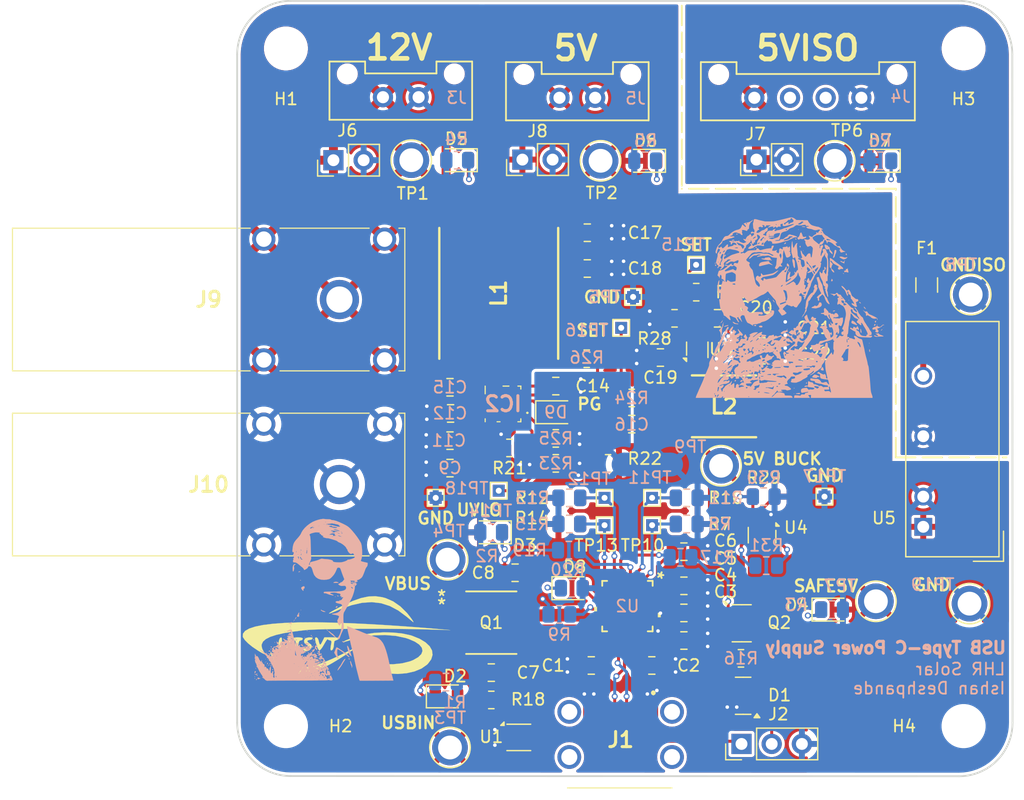
<source format=kicad_pcb>
(kicad_pcb (version 20240108) (generator "pcbnew") (generator_version "8.0")
  (layers (0 "F.Cu" signal) (31 "B.Cu" signal) (34 "B.Paste" user) (35 "F.Paste" user) (36 "B.SilkS" user "B.Silkscreen") (37 "F.SilkS" user "F.Silkscreen") (38 "B.Mask" user) (39 "F.Mask" user) (44 "Edge.Cuts" user))
  (net 0 "")
  (net 1 "/VBUS_USBIN")
  (net 2 "GND")
  (net 3 "+3.3V")
  (net 4 "Net-(U2-VCCD)")
  (net 5 "Net-(Q1A-G)")
  (net 6 "/VBUS")
  (net 7 "+12V")
  (net 8 "/5V_ISO")
  (net 9 "GNDA")
  (net 10 "/12V Buck Converter/SW")
  (net 11 "/12V Buck Converter/FB")
  (net 12 "Net-(U3-BST)")
  (net 13 "/5V_BUCK")
  (net 14 "/CC1")
  (net 15 "/CC2")
  (net 16 "Net-(D2-K)")
  (net 17 "Net-(D3-K)")
  (net 18 "Net-(D4-K)")
  (net 19 "/SAFE_5V")
  (net 20 "Net-(D5-K)")
  (net 21 "+5V")
  (net 22 "Net-(D6-K)")
  (net 23 "Net-(D7-K)")
  (net 24 "Net-(D8-K)")
  (net 25 "/Power Delivery Controller/FAULT")
  (net 26 "/12V Buck Converter/POWER_GOOD")
  (net 27 "Net-(U5-+Vout)")
  (net 28 "GNDPWR")
  (net 29 "Net-(Q1A-S)")
  (net 30 "Net-(Q2A-S)")
  (net 31 "Net-(Q2A-G)")
  (net 32 "/Power Delivery Controller/VBUS_MIN")
  (net 33 "/Power Delivery Controller/FLIP")
  (net 34 "/Power Delivery Controller/VBUS_MAX")
  (net 35 "/Power Delivery Controller/ISNK_COARSE")
  (net 36 "/Power Delivery Controller/ISNK_FINE")
  (net 37 "/Power Delivery Controller/SAFE_5V_EN")
  (net 38 "/Power Delivery Controller/VBUS_FET_EN")
  (net 39 "Net-(U3-FB)")
  (net 40 "/5V ORring and Isolator/MUX_SEL")
  (net 41 "Net-(U4-ST)")
  (net 52 "/5V Buck Converter/SW")
  (net 53 "Net-(IC2-EN)")
  (net 54 "Net-(IC2-MODE)")
  (net 55 "Net-(IC2-BOOT)")
  (net 56 "Net-(IC2-SS)")
  (footprint "Capacitor_SMD:C_0805_2012Metric" (layer "F.Cu") (at 127.9 117.39 180)
    (property "Reference" "C11")
    (property "Value" "10uF")
  )
  (footprint "UTSVT_Connectors:TYPEC31M17" (layer "F.Cu") (at 142.255 142.55)
    (property "Reference" "J1")
    (property "Value" "USB_C_Receptacle_PowerOnly_6P" (hide yes))
  )
  (footprint "TestPoint:TestPoint_THTPad_1.0x1.0mm_Drill0.5mm" (layer "F.Cu") (at 144.9 122.2)
    (property "Reference" "TP11")
    (property "Value" "VBUS_MAX_TP")
  )
  (footprint "UTSVT_Connectors:Banana_Jack_Horizontal" (layer "F.Cu") (at 122.4 110.6 180)
    (property "Reference" "J9")
    (property "Value" "12V_BANANA_OUT" (hide yes))
  )
  (footprint "Resistor_SMD:R_0805_2012Metric" (layer "F.Cu") (at 152.375 135.7 180)
    (property "Reference" "R16")
    (property "Value" "10k")
  )
  (footprint "Resistor_SMD:R_0805_2012Metric" (layer "F.Cu") (at 136.8 117.2)
    (property "Reference" "R25")
    (property "Value" "20k")
  )
  (footprint "Capacitor_SMD:C_0805_2012Metric" (layer "F.Cu") (at 150.4 107.1)
    (property "Reference" "C20")
    (property "Value" "0.1uF")
  )
  (footprint "TestPoint:TestPoint_Plated_Hole_D2.0mm" (layer "F.Cu") (at 171.6 131.1)
    (property "Reference" "TP19")
    (property "Value" "GND_TP")
  )
  (footprint "Resistor_SMD:R_0805_2012Metric" (layer "F.Cu") (at 146.7875 107.1 180)
    (property "Reference" "R28")
    (property "Value" "10k")
  )
  (footprint "MountingHole:MountingHole_3.2mm_M3" (layer "F.Cu") (at 114.1 84.4)
    (property "Reference" "H1")
    (property "Value" "M3")
  )
  (footprint "Fuse:Fuse_1206_3216Metric" (layer "F.Cu") (at 168 104.3 90)
    (property "Reference" "F1")
    (property "Value" "PTS120630V016")
  )
  (footprint "Resistor_SMD:R_0805_2012Metric" (layer "F.Cu") (at 147.8125 124.4 180)
    (property "Reference" "R7")
    (property "Value" "5.1k")
  )
  (footprint "Resistor_SMD:R_0805_2012Metric" (layer "F.Cu") (at 154.2875 122.1 180)
    (property "Reference" "R29")
    (property "Value" "5.1k")
  )
  (footprint "Capacitor_SMD:C_0805_2012Metric" (layer "F.Cu") (at 136.8 112.8)
    (property "Reference" "C14")
    (property "Value" "DNP")
  )
  (footprint "Resistor_SMD:R_0805_2012Metric" (layer "F.Cu") (at 136.8 119.3)
    (property "Reference" "R23")
    (property "Value" "5.1k")
  )
  (footprint "TestPoint:TestPoint_Plated_Hole_D2.0mm" (layer "F.Cu") (at 171.7 105.1)
    (property "Reference" "TP8")
    (property "Value" "GNDPWR_TP")
  )
  (footprint "Resistor_SMD:R_0805_2012Metric" (layer "F.Cu") (at 148.6125 104.9 180)
    (property "Reference" "R27")
    (property "Value" "73.2k")
  )
  (footprint "TestPoint:TestPoint_THTPad_1.0x1.0mm_Drill0.5mm" (layer "F.Cu") (at 126.7 122.2)
    (property "Reference" "TP18")
    (property "Value" "GND_TP")
  )
  (footprint "Package_TO_SOT_SMD:SOT-563" (layer "F.Cu") (at 148.7 109.75 90)
    (property "Reference" "U3")
    (property "Value" "TPS562231DRLR")
  )
  (footprint "TestPoint:TestPoint_THTPad_1.0x1.0mm_Drill0.5mm" (layer "F.Cu") (at 143.3 105.3)
    (property "Reference" "TP5")
    (property "Value" "GND_TP")
  )
  (footprint "Capacitor_SMD:C_0805_2012Metric" (layer "F.Cu") (at 147.575 126.72763 180)
    (property "Reference" "C6")
    (property "Value" "1uF")
  )
  (footprint "LED_SMD:LED_0805_2012Metric" (layer "F.Cu") (at 144.3375 93.85 180)
    (property "Reference" "D6")
    (property "Value" "LED")
  )
  (footprint "MountingHole:MountingHole_3.2mm_M3" (layer "F.Cu") (at 171.1 141.4)
    (property "Reference" "H4")
    (property "Value" "M3")
  )
  (footprint "UTSVT_Connectors:Molex_MicroFit3.0_1x4xP3.00mm_PolarizingPeg_Vertical" (layer "F.Cu") (at 153.5 88.55)
    (property "Reference" "J4")
    (property "Value" "5V_ISO")
  )
  (footprint "TestPoint:TestPoint_Plated_Hole_D2.0mm" (layer "F.Cu") (at 140.56625 93.85)
    (property "Reference" "TP2")
    (property "Value" "5V_TP")
  )
  (footprint "TestPoint:TestPoint_THTPad_1.0x1.0mm_Drill0.5mm" (layer "F.Cu") (at 140.9 122.2)
    (property "Reference" "TP12")
    (property "Value" "ISNK_COARSE_TP")
  )
  (footprint "Capacitor_SMD:C_0805_2012Metric" (layer "F.Cu") (at 131.375 136.9 180)
    (property "Reference" "C7")
    (property "Value" "1uF")
  )
  (footprint "Capacitor_SMD:C_0805_2012Metric" (layer "F.Cu") (at 147.575 134.2 180)
    (property "Reference" "C3")
    (property "Value" "1uF")
  )
  (footprint "Connector_PinHeader_2.54mm:PinHeader_1x02_P2.54mm_Vertical" (layer "F.Cu") (at 153.6775 93.75 90)
    (property "Reference" "J7")
    (property "Value" "5V_ISO_PIN")
  )
  (footprint "LED_SMD:LED_0805_2012Metric" (layer "F.Cu") (at 127.6 138.9)
    (property "Reference" "D2")
    (property "Value" "LED")
  )
  (footprint "Resistor_SMD:R_0805_2012Metric" (layer "F.Cu") (at 139.4 110.5)
    (property "Reference" "R26")
    (property "Value" "5.1k")
  )
  (footprint "Capacitor_SMD:C_0805_2012Metric" (layer "F.Cu") (at 139.45 99.9)
    (property "Reference" "C17")
    (property "Value" "22uF")
  )
  (footprint "Package_TO_SOT_SMD:SOT-23" (layer "F.Cu") (at 152.5575 138.85 180)
    (property "Reference" "D1")
    (property "Value" "ESD752")
  )
  (footprint "Package_TO_SOT_SMD:SOT-583-8" (layer "F.Cu") (at 154.15 125.34 -90)
    (property "Reference" "U4")
    (property "Value" "TPS2116DRL")
  )
  (footprint "MountingHole:MountingHole_3.2mm_M3" (layer "F.Cu") (at 114.1 141.4)
    (property "Reference" "H2")
    (property "Value" "M3")
  )
  (footprint "TestPoint:TestPoint_Plated_Hole_D2.0mm" (layer "F.Cu") (at 150.7 119.5)
    (property "Reference" "TP9")
    (property "Value" "5V_BUCK_TP")
  )
  (footprint "TestPoint:TestPoint_Plated_Hole_D2.0mm" (layer "F.Cu") (at 127.7 127.4)
    (property "Reference" "TP4")
    (property "Value" "VBUS_TP")
  )
  (footprint "TestPoint:TestPoint_Plated_Hole_D2.0mm" (layer "F.Cu") (at 160.2625 93.85 180)
    (property "Reference" "TP6")
    (property "Value" "5V_ISO_TP")
  )
  (footprint "Capacitor_SMD:C_0805_2012Metric" (layer "F.Cu") (at 154.15 108)
    (property "Reference" "C21")
    (property "Value" "22uF")
  )
  (footprint "Package_TO_SOT_SMD:SOT-23-6" (layer "F.Cu") (at 152.4375 132.75)
    (property "Reference" "Q2")
    (property "Value" "BSL308PEH6327XTSA1")
  )
  (footprint "Capacitor_SMD:C_0805_2012Metric" (layer "F.Cu") (at 154.15 110.2)
    (property "Reference" "C22")
    (property "Value" "22uF")
  )
  (footprint "UTSVT_Passive:INDPM110100X400N" (layer "F.Cu") (at 132 105 90)
    (property "Reference" "L1")
    (property "Value" "5.6uH" (hide yes))
  )
  (footprint "MountingHole:MountingHole_3.2mm_M3" (layer "F.Cu") (at 171.1 84.4)
    (property "Reference" "H3")
    (property "Value" "M3")
  )
  (footprint "Capacitor_SMD:C_0805_2012Metric" (layer "F.Cu") (at 139.45 102.91)
    (property "Reference" "C18")
    (property "Value" "22uF")
  )
  (footprint "Resistor_SMD:R_0805_2012Metric" (layer "F.Cu") (at 137.9375 122.2)
    (property "Reference" "R12")
    (property "Value" "DNP")
  )
  (footprint "LED_SMD:LED_0805_2012Metric" (layer "F.Cu") (at 164.08 93.85 180)
    (property "Reference" "D7")
    (property "Value" "LED")
  )
  (footprint "TestPoint:TestPoint_THTPad_1.0x1.0mm_Drill0.5mm" (layer "F.Cu") (at 148.6 102.6)
    (property "Reference" "TP15")
    (property "Value" "5V_SET")
  )
  (footprint "UTSVT_ICs:CYPD3177-24LQXQT_CYP" (layer "F.Cu") (at 142.824685 131.3077 -90)
    (property "Reference" "U2")
    (property "Value" "CYPD3177-24LQXQT")
  )
  (footprint "Connector_PinHeader_2.54mm:PinHeader_1x02_P2.54mm_Vertical" (layer "F.Cu") (at 133.99125 93.75 90)
    (property "Reference" "J8")
    (property "Value" "5V_OUT_PIN")
  )
  (footprint "Resistor_SMD:R_0805_2012Metric" (layer "F.Cu") (at 132.9 118)
    (property "Reference" "R21")
    (property "Value" "52.3k")
  )
  (footprint "UTSVT_Connectors:Molex_MicroFit3.0_1x2xP3.00mm_PolarizingPeg_Vertical" (layer "F.Cu") (at 137.109524 88.55)
    (property "Reference" "J5")
    (property "Value" "5V_OUT")
  )
  (footprint "LED_SMD:LED_0805_2012Metric" (layer "F.Cu") (at 136.8 115)
    (property "Reference" "D9")
    (property "Value" "LED")
  )
  (footprint "Capacitor_SMD:C_0805_2012Metric" (layer "F.Cu") (at 139.785 136.3 180)
    (property "Reference" "C1")
    (property "Value" "3.3uF")
  )
  (footprint "UTSVT_Passive:INDPM5452X300N" (layer "F.Cu") (at 150.95 114.5)
    (property "Reference" "L2")
    (property "Value" "4.7uH" (hide yes))
  )
  (footprint "Package_SON:WSON-6-1EP_2x2mm_P0.65mm_EP1x1.6mm" (layer "F.Cu") (at 133.6875 142.35)
    (property "Reference" "U1")
    (property "Value" "TVS2200DRV")
  )
  (footprint "TestPoint:TestPoint_THTPad_1.0x1.0mm_Drill0.5mm" (layer "F.Cu") (at 144.9 124.5)
    (property "Reference" "TP10")
    (property "Value" "VBUS_MIN_TP")
  )
  (footprint "LED_SMD:LED_0805_2012Metric" (layer "F.Cu") (at 160.0375 131.6)
    (property "Reference" "D4")
    (property "Value" "LED")
  )
  (footprint "Capacitor_SMD:C_0805_2012Metric" (layer "F.Cu") (at 144.875 136.3)
    (property "Reference" "C2")
    (property "Value" "3.3uF")
  )
  (footprint "TestPoint:TestPoint_Plated_Hole_D2.0mm" (layer "F.Cu") (at 124.645655 93.8)
    (property "Reference" "TP1")
    (property "Value" "12V_TP")
  )
  (footprint "UTSVT_Special:UTSVT_Logo_Symbol" (layer "F.Cu") (at 118.909054 133.935857)
    (property "Reference" "G***" (hide yes))
    (property "Value" "LOGO" (hide yes))
  )
  (footprint "Capacitor_SMD:C_0805_2012Metric" (layer "F.Cu") (at 127.9 119.7 180)
    (property "Reference" "C9")
    (property "Value" "10uF")
  )
  (footprint "TestPoint:TestPoint_THTPad_1.0x1.0mm_Drill0.5mm" (layer "F.Cu") (at 142.3 107.9 180)
    (property "Reference" "TP16")
    (property "Value" "12V_SET")
  )
  (footprint "Resistor_SMD:R_0805_2012Metric" (layer "F.Cu") (at 147.8125 122.2 180)
    (property "Reference" "R10")
    (property "Value" "0")
  )
  (footprint "Capacitor_SMD:C_0805_2012Metric" (layer "F.Cu") (at 127.95 115.1 180)
    (property "Reference" "C12")
    (property "Value" "0.1uF")
  )
  (footprint "Capacitor_SMD:C_0805_2012Metric" (layer "F.Cu") (at 145.6 110.4 180)
    (property "Reference" "C19")
    (property "Value" "10uF")
  )
  (footprint "UTSVT_Power:TPS56A37RPAR" (layer "F.Cu") (at 132.36 114.3 180)
    (property "Reference" "IC2")
    (property "Value" "TPS56A37RPAR" (hide yes))
  )
  (footprint "Capacitor_SMD:C_0805_2012Metric" (layer "F.Cu") (at 133.375 128.5 180)
    (property "Reference" "C8")
    (property "Value" "1uF")
  )
  (footprint "Connector_PinHeader_2.54mm:PinHeader_1x03_P2.54mm_Vertical" (layer "F.Cu") (at 152.42 142.9 90)
    (property "Reference" "J2")
    (property "Value" "CC")
  )
  (footprint "TestPoint:TestPoint_Plated_Hole_D2.0mm" (layer "F.Cu") (at 127.9 143.2)
    (property "Reference" "TP3")
    (property "Value" "VBUS_USBIN")
  )
  (footprint "Capacitor_SMD:C_0805_2012Metric" (layer "F.Cu") (at 127.9 112.9 180)
    (property "Reference" "C15")
    (property "Value" "0.1uF")
  )
  (footprint "Resistor_SMD:R_0805_2012Metric" (layer "F.Cu") (at 141.2 119.3 180)
    (property "Reference" "R22")
    (property "Value" "56k")
  )
  (footprint "TestPoint:TestPoint_THTPad_1.0x1.0mm_Drill0.5mm" (layer "F.Cu") (at 140.9 124.5)
    (property "Reference" "TP13")
    (property "Value" "ISNK_FINE_TP")
  )
  (footprint "TestPoint:TestPoint_THTPad_1.0x1.0mm_Drill0.5mm" (layer "F.Cu") (at 159.4 122.1)
    (property "Reference" "TP17")
    (property "Value" "GND_TP")
  )
  (footprint "Capacitor_SMD:C_0805_2012Metric" (layer "F.Cu") (at 147.575 131.879775 180)
    (property "Reference" "C4")
    (property "Value" "0.1uF")
  )
  (footprint "Capacitor_SMD:C_0805_2012Metric" (layer "F.Cu") (at 147.575 129.6 180)
    (property "Reference" "C5")
    (property "Value" "0.1uF")
  )
  (footprint "UTSVT_ICs:SO8_IRF9358TRPBF_INF" (layer "F.Cu") (at 131.375 132.7)
    (property "Reference" "Q1")
    (property "Value" "IRF9358TRPBF")
  )
  (footprint "TestPoint:TestPoint_Plated_Hole_D2.0mm" (layer "F.Cu") (at 163.725 130.9)
    (property "Reference" "TP7")
    (property "Value" "SAFE_5V_TP")
  )
  (footprint "Connector_PinHeader_2.54mm:PinHeader_1x02_P2.54mm_Vertical" (layer "F.Cu") (at 118.095655 93.8 90)
    (property "Reference" "J6")
    (property "Value" "12V_OUT_PIN")
  )
  (footprint "Resistor_SMD:R_0805_2012Metric" (layer "F.Cu") (at 143.1875 113.8 180)
    (property "Reference" "R24")
    (property "Value" "383k")
  )
  (footprint "UTSVT_Connectors:Banana_Jack_Horizontal" (layer "F.Cu") (at 122.4 126.16 180)
    (property "Reference" "J10")
    (property "Value" "GND_BANANA_OUT" (hide yes))
  )
  (footprint "Resistor_SMD:R_0805_2012Metric" (layer "F.Cu") (at 137.9375 124.4)
    (property "Reference" "R14")
    (property "Value" "DNP")
  )
  (footprint "Resistor_SMD:R_0805_2012Metric" (layer "F.Cu") (at 131.375 139.2 180)
    (property "Reference" "R18")
    (property "Value" "10k")
  )
  (footprint "UTSVT_Connectors:Molex_MicroFit3.0_1x2xP3.00mm_PolarizingPeg_Vertical" (layer "F.Cu") (at 122.261905 88.5)
    (property "Reference" "J3")
    (property "Value" "12V_OUT")
  )
  (footprint "TestPoint:TestPoint_THTPad_1.0x1.0mm_Drill0.5mm" (layer "F.Cu") (at 132 121.6)
    (property "Reference" "TP14")
    (property "Value" "12V_UVLO")
  )
  (footprint "Converter_DCDC:Converter_DCDC_TRACO_TBA2-xxxx_Single_THT" (layer "F.Cu") (at 167.7075 124.6375 180)
    (property "Reference" "U5")
    (property "Value" "TBA2-2411")
  )
  (footprint "LED_SMD:LED_0805_2012Metric" (layer "F.Cu") (at 138.1625 129.8)
    (property "Reference" "D8")
    (property "Value" "LED")
  )
  (footprint "Capacitor_SMD:C_0805_2012Metric" (layer "F.Cu") (at 143.1875 116 180)
    (property "Reference" "C16")
    (property "Value" "33pF")
  )
  (footprint "LED_SMD:LED_0805_2012Metric" (layer "F.Cu") (at 128.508155 93.8 180)
    (property "Reference" "D5")
    (property "Value" "LED")
  )
  (footprint "LED_SMD:LED_0805_2012Metric" (layer "F.Cu") (at 131.3625 125.1 180)
    (property "Reference" "D3")
    (property "Value" "LED")
  )
  (footprint "Resistor_SMD:R_0805_2012Metric" (layer "B.Cu") (at 144.3125 93.85)
    (property "Reference" "R5")
    (property "Value" "5.1k")
  )
  (footprint "Resistor_SMD:R_0805_2012Metric" (layer "B.Cu") (at 137.9375 122.2 180)
    (property "Reference" "R13")
    (property "Value" "0")
  )
  (footprint "Resistor_SMD:R_0805_2012Metric" (layer "B.Cu") (at 147.8125 124.4)
    (property "Reference" "R8")
    (property "Value" "2.4k")
  )
  (footprint "Resistor_SMD:R_0805_2012Metric" (layer "B.Cu") (at 147.2875 127.2 180)
    (property "Reference" "R17")
    (property "Value" "1k")
  )
  (footprint "UTSVT_Special:Hallock_Image_Tiny" (layer "B.Cu") (at 117.777069 130.6 180)
    (property "Reference" "G***" (hide yes))
    (property "Value" "LOGO" (hide yes))
  )
  (footprint "UTSVT_Special:troll" (layer "B.Cu") (at 154.157781 104.413767 180)
    (property "Reference" "G***" (hide yes))
    (property "Value" "LOGO" (hide yes))
  )
  (footprint "Resistor_SMD:R_0805_2012Metric" (layer "B.Cu") (at 137.1 132 180)
    (property "Reference" "R9")
    (property "Value" "51k")
  )
  (footprint "Resistor_SMD:R_0805_2012Metric" (layer "B.Cu") (at 137.9375 124.4 180)
    (property "Reference" "R15")
    (property "Value" "0")
  )
  (footprint "Resistor_SMD:R_0805_2012Metric" (layer "B.Cu") (at 147.8125 122.2)
    (property "Reference" "R11")
    (property "Value" "DNP")
  )
  (footprint "NetTie:NetTie-2_SMD_Pad2.0mm" (layer "B.Cu") (at 144.5 119.4)
    (property "Reference" "NT1" (hide yes))
    (property "Value" "NetTie_2" (hide yes))
  )
  (footprint "Resistor_SMD:R_0805_2012Metric" (layer "B.Cu") (at 154.5 127.9)
    (property "Reference" "R31")
    (property "Value" "10k")
  )
  (footprint "Resistor_SMD:R_0805_2012Metric" (layer "B.Cu") (at 154.2875 122.1)
    (property "Reference" "R30")
    (property "Value" "10k")
  )
  (footprint "Resistor_SMD:R_0805_2012Metric" (layer "B.Cu") (at 127.5625 137.7 180)
    (property "Reference" "R1")
    (property "Value" "10k")
  )
  (footprint "Resistor_SMD:R_0805_2012Metric" (layer "B.Cu") (at 138.1425 129.8 180)
    (property "Reference" "R20")
    (property "Value" "5.1k")
  )
  (footprint "Resistor_SMD:R_0805_2012Metric" (layer "B.Cu") (at 160.0375 131.6 180)
    (property "Reference" "R3")
    (property "Value" "5.1k")
  )
  (footprint "Resistor_SMD:R_0805_2012Metric" (layer "B.Cu") (at 137.9 126.6)
    (property "Reference" "R19")
    (property "Value" "1k")
  )
  (footprint "Resistor_SMD:R_0805_2012Metric" (layer "B.Cu") (at 128.508155 93.8)
    (property "Reference" "R4")
    (property "Value" "5.1k")
  )
  (footprint "Resistor_SMD:R_0805_2012Metric" (layer "B.Cu") (at 131.3625 125.1)
    (property "Reference" "R2")
    (property "Value" "10k")
  )
  (footprint "Resistor_SMD:R_0805_2012Metric" (layer "B.Cu") (at 164.1 93.85)
    (property "Reference" "R6")
    (property "Value" "5.1k")
  )
  (gr_line (start 165.4 118.8) (end 165.4 96.2) (stroke (width 0.15) (type dash)) (layer "F.SilkS"))
  (gr_line (start 165.4 118.8) (end 174.7 118.8) (stroke (width 0.15) (type dash)) (layer "F.SilkS"))
  (gr_line (start 165.4 96.2) (end 147.4 96.2) (stroke (width 0.15) (type dash)) (layer "F.SilkS"))
  (gr_line (start 147.4 80.8) (end 147.4 96.2) (stroke (width 0.15) (type dash)) (layer "F.SilkS"))
  (gr_arc (start 110 84.9) (mid 111.318019 81.718019) (end 114.5 80.4) (stroke (width 0.15)) (layer "Edge.Cuts"))
  (gr_arc (start 175.218019 141.118019) (mid 173.9 144.3) (end 170.718019 145.618019) (stroke (width 0.15)) (layer "Edge.Cuts"))
  (gr_arc (start 170.7 80.4) (mid 173.88198 81.718019) (end 175.2 84.9) (stroke (width 0.15)) (layer "Edge.Cuts"))
  (gr_line (start 114.5 145.6) (end 170.718019 145.618019) (stroke (width 0.15)) (layer "Edge.Cuts"))
  (gr_line (start 175.218019 141.118019) (end 175.2 84.9) (stroke (width 0.15)) (layer "Edge.Cuts"))
  (gr_line (start 110 84.9) (end 110 141.1) (stroke (width 0.15)) (layer "Edge.Cuts"))
  (gr_line (start 170.7 80.4) (end 114.5 80.4) (stroke (width 0.15)) (layer "Edge.Cuts"))
  (gr_arc (start 114.5 145.6) (mid 111.318019 144.281981) (end 110 141.1) (stroke (width 0.15)) (layer "Edge.Cuts"))
  (gr_text "USB Type-C Power Supply" (at 174.8 135.4 -0) (layer "B.SilkS") (effects (font (size 1 1) (thickness 0.25) (bold yes)) (justify left bottom mirror)))
  (gr_text "LHR Solar\nIshan Deshpande" (at 174.7 138.8 0) (layer "B.SilkS") (effects (font (size 1 1)) (justify left bottom mirror)))
  (gr_text "SET" (at 141.3 108.7 0) (layer "F.SilkS") (effects (font (size 1 1) (thickness 0.2) (bold yes)) (justify right bottom)))
  (gr_text "SAFE5V" (at 156.7 130.2 0) (layer "F.SilkS") (effects (font (size 1 1) (thickness 0.2) (bold yes)) (justify left bottom)))
  (gr_text "UVLO" (at 130.3625 123.8 0) (layer "F.SilkS") (effects (font (size 1 1) (thickness 0.2) (bold yes)) (justify bottom)))
  (gr_text "GND" (at 166.8 130.1 0) (layer "F.SilkS") (effects (font (size 1 1) (thickness 0.2) (bold yes)) (justify left bottom)))
  (gr_text "VBUS" (at 122.3 130 0) (layer "F.SilkS") (effects (font (size 1 1) (thickness 0.2) (bold yes)) (justify left bottom)))
  (gr_text "PG" (at 138.5 114.9 0) (layer "F.SilkS") (effects (font (size 1 1) (thickness 0.2) (bold yes)) (justify left bottom)))
  (gr_text "5V BUCK" (at 152.4 119.5 0) (layer "F.SilkS") (effects (font (size 1 1) (thickness 0.2) (bold yes)) (justify left bottom)))
  (gr_text "USBIN" (at 122 141.7 0) (layer "F.SilkS") (effects (font (size 1 1) (thickness 0.2) (bold yes)) (justify left bottom)))
  (gr_text "GND" (at 140.7 105.9 0) (layer "F.SilkS") (effects (font (size 1 1) (thickness 0.2) (bold yes)) (justify bottom)))
  (gr_text "5V" (at 136.4 85.55 0) (layer "F.SilkS") (effects (font (size 2 2) (thickness 0.4) (bold yes)) (justify left bottom)))
  (gr_text "GND" (at 126.7 124.5 0) (layer "F.SilkS") (effects (font (size 1 1) (thickness 0.2) (bold yes)) (justify bottom)))
  (gr_text "GNDISO" (at 171.9 103.2 0) (layer "F.SilkS") (effects (font (size 1 1) (thickness 0.2) (bold yes)) (justify bottom)))
  (gr_text "5VISO" (at 158 85.55 0) (layer "F.SilkS") (effects (font (size 2 2) (thickness 0.4) (bold yes)) (justify bottom)))
  (gr_text "12V" (at 120.6 85.5 0) (layer "F.SilkS") (effects (font (size 2 2) (thickness 0.4) (bold yes)) (justify left bottom)))
  (gr_text "GND" (at 159.4 120.9 0) (layer "F.SilkS") (effects (font (size 1 1) (thickness 0.2) (bold yes)) (justify bottom)))
  (gr_text "SET" (at 148.6 101.5 0) (layer "F.SilkS") (effects (font (size 1 1) (thickness 0.2) (bold yes)) (justify bottom)))
  (segment (start 143.775 136.45) (end 143.925 136.3) (width 0.5) (layer "F.Cu") (net 1))
  (segment (start 143.775 140.05) (end 143.775 136.45) (width 0.5) (layer "F.Cu") (net 1))
  (segment (start 140.735 140.05) (end 140.735 136.3) (width 0.5) (layer "F.Cu") (net 1))
  (segment (start 142.49 102.31) (end 142.5 102.3) (width 0.25) (layer "F.Cu") (net 2))
  (segment (start 139.2 139.4) (end 139.505 139.705) (width 0.25) (layer "F.Cu") (net 2))
  (segment (start 145.6 131.257378) (end 145.6 131.9) (width 0.25) (layer "F.Cu") (net 2))
  (segment (start 146.875 135.75) (end 146.375 135.75) (width 0.25) (layer "F.Cu") (net 2))
  (segment (start 151.22 139.8) (end 151.22 139.25) (width 0.25) (layer "F.Cu") (net 2))
  (segment (start 149.575 131.3) (end 149.104775 131.3) (width 0.25) (layer "F.Cu") (net 2))
  (segment (start 144.7 106.5) (end 145.275 106.5) (width 0.25) (layer "F.Cu") (net 2))
  (segment (start 126.44 117.9) (end 126.95 117.39) (width 0.25) (layer "F.Cu") (net 2))
  (segment (start 132.8 143) (end 133.0375 143) (width 0.25) (layer "F.Cu") (net 2))
  (segment (start 137.775 136.85) (end 138.285 136.85) (width 0.25) (layer "F.Cu") (net 2))
  (segment (start 142.824685 131.3077) (end 143.074748 131.057637) (width 0.25) (layer "F.Cu") (net 2))
  (segment (start 141.5 102.31) (end 141 102.31) (width 0.25) (layer "F.Cu") (net 2))
  (segment (start 149.575 133.6) (end 149.125 133.6) (width 0.25) (layer "F.Cu") (net 2))
  (segment (start 125.95 114.49) (end 126.39 114.49) (width 0.25) (layer "F.Cu") (net 2))
  (segment (start 133.195 114.05) (end 132.58 114.665) (width 0.25) (layer "F.Cu") (net 2))
  (segment (start 137.775 135.75) (end 138.285 135.75) (width 0.25) (layer "F.Cu") (net 2))
  (segment (start 132.8 141.7) (end 131.675 141.7) (width 0.25) (layer "F.Cu") (net 2))
  (segment (start 144.05 109.8) (end 144.65 110.4) (width 0.25) (layer "F.Cu") (net 2))
  (segment (start 145.400259 131.057637) (end 145.6 131.257378) (width 0.25) (layer "F.Cu") (net 2))
  (segment (start 145.005 139.896167) (end 145.005 140.05) (width 0.25) (layer "F.Cu") (net 2))
  (segment (start 144.5 138.7) (end 144.5 139.545) (width 0.25) (layer "F.Cu") (net 2))
  (segment (start 144.5 139.545) (end 145.005 140.05) (width 0.25) (layer "F.Cu") (net 2))
  (segment (start 156.1 107.4) (end 155.7 107.4) (width 0.25) (layer "F.Cu") (net 2))
  (segment (start 149.045225 132.4) (end 148.525 131.879775) (width 0.25) (layer "F.Cu") (net 2))
  (segment (start 138.285 135.75) (end 138.835 136.3) (width 0.25) (layer "F.Cu") (net 2))
  (segment (start 133.0375 141.7) (end 133.6875 142.35) (width 0.25) (layer "F.Cu") (net 2))
  (segment (start 142.49 100.41) (end 142.5 100.4) (width 0.25) (layer "F.Cu") (net 2))
  (segment (start 149.575 130.2) (end 149.125 130.2) (width 0.25) (layer "F.Cu") (net 2))
  (segment (start 155.6 108.5) (end 155.1 108) (width 0.25) (layer "F.Cu") (net 2))
  (segment (start 126.51 115.59) (end 127 115.1) (width 0.25) (layer "F.Cu") (net 2))
  (segment (start 133.77 114.05) (end 133.195 114.05) (width 0.25) (layer "F.Cu") (net 2))
  (segment (start 132.8 141.7) (end 133.0375 141.7) (width 0.25) (layer "F.Cu") (net 2))
  (segment (start 143.6 110.9) (end 144.15 110.9) (width 0.25) (layer "F.Cu") (net 2))
  (segment (start 139.505 139.705) (end 139.505 140.05) (width 0.25) (layer "F.Cu") (net 2))
  (segment (start 144.716985 131.057637) (end 145.400259 131.057637) (width 0.25) (layer "F.Cu") (net 2))
  (segment (start 151.22 139.25) (end 151.62 138.85) (width 0.25) (layer "F.Cu") (net 2))
  (segment (start 145.3 138.4) (end 145.3 139.601167) (width 0.25) (layer "F.Cu") (net 2))
  (segment (start 138.285 136.85) (end 138.835 136.3) (width 0.25) (layer "F.Cu") (net 2))
  (segment (start 145.375 107.6) (end 145.875 107.1) (width 0.25) (layer "F.Cu") (net 2))
  (segment (start 144.15 110.9) (end 144.65 110.4) (width 0.25) (layer "F.Cu") (net 2))
  (segment (start 149.025 126.22763) (end 148.525 126.72763) (width 0.25) (layer "F.Cu") (net 2))
  (segment (start 132.8 143) (end 131.675 143) (width 0.25) (layer "F.Cu") (net 2))
  (segment (start 149.575 129.1) (end 149.025 129.1) (width 0.25) (layer "F.Cu") (net 2))
  (segment (start 149.025 129.1) (end 148.525 129.6) (width 0.25) (layer "F.Cu") (net 2))
  (segment (start 145.3 139.601167) (end 145.005 139.896167) (width 0.25) (layer "F.Cu") (net 2))
  (segment (start 155.6 110.7) (end 155.1 110.2) (width 0.25) (layer "F.Cu") (net 2))
  (segment (start 139.2 138.7) (end 139.2 139.4) (width 0.25) (layer "F.Cu") (net 2))
  (segment (start 149.575 132.4) (end 149.045225 132.4) (width 0.25) (layer "F.Cu") (net 2))
  (segment (start 141 102.31) (end 140.4 102.91) (width 0.25) (layer "F.Cu") (net 2))
  (segment (start 152.02 139.25) (end 151.62 138.85) (width 0.25) (layer "F.Cu") (net 2))
  (segment (start 155.7 107.4) (end 155.1 108) (width 0.25) (layer "F.Cu") (net 2))
  (segment (start 156.1 110.7) (end 155.6 110.7) (width 0.25) (layer "F.Cu") (net 2))
  (segment (start 141.5 100.41) (end 142.49 100.41) (width 0.25) (layer "F.Cu") (net 2))
  (segment (start 152.02 139.8) (end 152.02 139.25) (width 0.25) (layer "F.Cu") (net 2))
  (segment (start 132.58 116.47) (end 132.2 116.85) (width 0.25) (layer "F.Cu") (net 2))
  (segment (start 149.104775 131.3) (end 148.525 131.879775) (width 0.25) (layer "F.Cu") (net 2))
  (segment (start 149.125 133.6) (end 148.525 134.2) (width 0.25) (layer "F.Cu") (net 2))
  (segment (start 149.025 134.7) (end 148.525 134.2) (width 0.25) (layer "F.Cu") (net 2))
  (segment (start 143.6 109.8) (end 144.05 109.8) (width 0.25) (layer "F.Cu") (net 2))
  (segment (start 133.0375 143) (end 133.6875 142.35) (width 0.25) (layer "F.Cu") (net 2))
  (segment (start 146.375 136.85) (end 145.825 136.3) (width 0.25) (layer "F.Cu") (net 2))
  (segment (start 145.4 133.4) (end 145.4 133.24103) (width 0.25) (layer "F.Cu") (net 2))
  (segment (start 125.9 116.9) (end 126.46 116.9) (width 0.25) (layer "F.Cu") (net 2))
  (segment (start 140.91 100.41) (end 140.4 99.9) (width 0.25) (layer "F.Cu") (net 2))
  (segment (start 141.5 99.31) (end 142.49 99.31) (width 0.25) (layer "F.Cu") (net 2))
  (segment (start 126.45 119.2) (end 126.95 119.7) (width 0.25) (layer "F.Cu") (net 2))
  (segment (start 125.9 117.9) (end 126.44 117.9) (width 0.25) (layer "F.Cu") (net 2))
  (segment (start 141.5 103.41) (end 140.9 103.41) (width 0.25) (layer "F.Cu") (net 2))
  (segment (start 125.9 120.3) (end 126.35 120.3) (width 0.25) (layer "F.Cu") (net 2))
  (segment (start 141.5 102.31) (end 142.49 102.31) (width 0.25) (layer "F.Cu") (net 2))
  (segment (start 132.8 142.35) (end 133.6875 142.35) (width 0.25) (layer "F.Cu") (net 2))
  (segment (start 146.375 135.75) (end 145.825 136.3) (width 0.25) (layer "F.Cu") (net 2))
  (segment (start 155.7 109.6) (end 155.1 110.2) (width 0.25) (layer "F.Cu") (net 2))
  (segment (start 149.125 130.2) (end 148.525 129.6) (width 0.25) (layer "F.Cu") (net 2))
  (segment (start 126.35 120.3) (end 126.95 119.7) (width 0.25) (layer "F.Cu") (net 2))
  (segment (start 140.99 99.31) (end 140.4 99.9) (width 0.25) (layer "F.Cu") (net 2))
  (segment (start 141.5 100.41) (end 140.91 100.41) (width 0.25) (layer "F.Cu") (net 2))
  (segment (start 149.2 110.5) (end 150.3 110.5) (width 0.25) (layer "F.Cu") (net 2))
  (segment (start 141.5 99.31) (end 140.99 99.31) (width 0.25) (layer "F.Cu") (net 2))
  (segment (start 143.074748 131.057637) (end 144.716985 131.057637) (width 0.25) (layer "F.Cu") (net 2))
  (segment (start 125.95 115.59) (end 126.51 115.59) (width 0.25) (layer "F.Cu") (net 2))
  (segment (start 144.7 107.6) (end 145.375 107.6) (width 0.25) (layer "F.Cu") (net 2))
  (segment (start 145.275 106.5) (end 145.875 107.1) (width 0.25) (layer "F.Cu") (net 2))
  (segment (start 132.58 114.95) (end 132.58 116.47) (width 0.25) (layer "F.Cu") (net 2))
  (segment (start 156.1 109.6) (end 155.7 109.6) (width 0.25) (layer "F.Cu") (net 2))
  (segment (start 156.1 108.5) (end 155.6 108.5) (width 0.25) (layer "F.Cu") (net 2))
  (segment (start 142.49 103.41) (end 142.5 103.4) (width 0.25) (layer "F.Cu") (net 2))
  (segment (start 126.46 116.9) (end 126.95 117.39) (width 0.25) (layer "F.Cu") (net 2))
  (segment (start 149.575 127.32763) (end 149.125 127.32763) (width 0.25) (layer "F.Cu") (net 2))
  (segment (start 140.9 103.41) (end 140.4 102.91) (width 0.25) (layer "F.Cu") (net 2))
  (segment (start 154.9 124.6) (end 154.9 123.6) (width 0.25) (layer "F.Cu") (net 2))
  (segment (start 142.49 99.31) (end 142.5 99.3) (width 0.25) (layer "F.Cu") (net 2))
  (segment (start 149.575 134.7) (end 149.025 134.7) (width 0.25) (layer "F.Cu") (net 2))
  (segment (start 126.39 114.49) (end 127 115.1) (width 0.25) (layer "F.Cu") (net 2))
  (segment (start 149.125 127.32763) (end 148.525 126.72763) (width 0.25) (layer "F.Cu") (net 2))
  (segment (start 134.9125 114.05) (end 133.77 114.05) (width 0.25) (layer "F.Cu") (net 2))
  (segment (start 141.5 103.41) (end 142.49 103.41) (width 0.25) (layer "F.Cu") (net 2))
  (segment (start 125.9 119.2) (end 126.45 119.2) (width 0.25) (layer "F.Cu") (net 2))
  (segment (start 149.575 126.22763) (end 149.025 126.22763) (width 0.25) (layer "F.Cu") (net 2))
  (segment (start 145.4 133.24103) (end 144.716985 132.558015) (width 0.25) (layer "F.Cu") (net 2))
  (segment (start 132.58 114.665) (end 132.58 114.95) (width 0.25) (layer "F.Cu") (net 2))
  (segment (start 135.8625 115) (end 134.9125 114.05) (width 0.25) (layer "F.Cu") (net 2))
  (segment (start 140 139.555) (end 139.505 140.05) (width 0.25) (layer "F.Cu") (net 2))
  (segment (start 140 138.7) (end 140 139.555) (width 0.25) (layer "F.Cu") (net 2))
  (segment (start 146.875 136.85) (end 146.375 136.85) (width 0.25) (layer "F.Cu") (net 2))
  (via (at 156.1 109.6) (size 0.5) (drill 0.3) (layers "F.Cu" "B.Cu") (net 2))
  (via (at 142.5 103.4) (size 0.5) (drill 0.3) (layers "F.Cu" "B.Cu") (net 2))
  (via (at 149.575 127.32763) (size 0.5) (drill 0.3) (layers "F.Cu" "B.Cu") (net 2))
  (via (at 145.4 133.4) (size 0.5) (drill 0.3) (layers "F.Cu" "B.Cu") (net 2))
  (via (at 141.5 99.31) (size 0.5) (drill 0.3) (layers "F.Cu" "B.Cu") (net 2))
  (via (at 125.9 116.9) (size 0.5) (drill 0.3) (layers "F.Cu" "B.Cu") (net 2))
  (via (at 143.6 110.9) (size 0.5) (drill 0.3) (layers "F.Cu" "B.Cu") (net 2))
  (via (at 149.575 133.6) (size 0.5) (drill 0.3) (layers "F.Cu" "B.Cu") (net 2))
  (via (at 140 138.7) (size 0.5) (drill 0.3) (layers "F.Cu" "B.Cu") (net 2))
  (via (at 142.5 102.3) (size 0.5) (drill 0.3) (layers "F.Cu" "B.Cu") (net 2))
  (via (at 156.1 110.7) (size 0.5) (drill 0.3) (layers "F.Cu" "B.Cu") (net 2))
  (via (at 141.5 103.41) (size 0.5) (drill 0.3) (layers "F.Cu" "B.Cu") (net 2))
  (via (at 149.575 130.2) (size 0.5) (drill 0.3) (layers "F.Cu" "B.Cu") (net 2))
  (via (at 125.9 119.2) (size 0.5) (drill 0.3) (layers "F.Cu" "B.Cu") (net 2))
  (via (at 149.575 132.4) (size 0.5) (drill 0.3) (layers "F.Cu" "B.Cu") (net 2))
  (via (at 154.9 123.6) (size 0.5) (drill 0.3) (layers "F.Cu" "B.Cu") (net 2))
  (via (at 137.775 135.75) (size 0.5) (drill 0.3) (layers "F.Cu" "B.Cu") (net 2))
  (via (at 137.775 136.85) (size 0.5) (drill 0.3) (layers "F.Cu" "B.Cu") (net 2))
  (via (at 143.6 109.8) (size 0.5) (drill 0.3) (layers "F.Cu" "B.Cu") (net 2))
  (via (at 156.1 108.5) (size 0.5) (drill 0.3) (layers "F.Cu" "B.Cu") (net 2))
  (via (at 125.9 120.3) (size 0.5) (drill 0.3) (layers "F.Cu" "B.Cu") (net 2))
  (via (at 151.22 139.8) (size 0.5) (drill 0.3) (layers "F.Cu" "B.Cu") (net 2))
  (via (at 142.5 99.3) (size 0.5) (drill 0.3) (layers "F.Cu" "B.Cu") (net 2))
  (via (at 125.9 117.9) (size 0.5) (drill 0.3) (layers "F.Cu" "B.Cu") (net 2))
  (via (at 125.95 114.49) (size 0.5) (drill 0.3) (layers "F.Cu" "B.Cu") (net 2))
  (via (at 144.7 106.5) (size 0.5) (drill 0.3) (layers "F.Cu" "B.Cu") (net 2))
  (via (at 146.875 135.75) (size 0.5) (drill 0.3) (layers "F.Cu" "B.Cu") (net 2))
  (via (at 139.2 138.7) (size 0.5) (drill 0.3) (layers "F.Cu" "B.Cu") (net 2))
  (via (at 144.7 107.6) (size 0.5) (drill 0.3) (layers "F.Cu" "B.Cu") (net 2))
  (via (at 149.575 126.22763) (size 0.5) (drill 0.3) (layers "F.Cu" "B.Cu") (net 2))
  (via (at 145.6 131.9) (size 0.5) (drill 0.3) (layers "F.Cu" "B.Cu") (net 2))
  (via (at 131.675 143) (size 0.5) (drill 0.3) (layers "F.Cu" "B.Cu") (net 2))
  (via (at 144.5 138.7) (size 0.5) (drill 0.3) (layers "F.Cu" "B.Cu") (net 2))
  (via (at 156.1 107.4) (size 0.5) (drill 0.3) (layers "F.Cu" "B.Cu") (net 2))
  (via (at 145.3 138.4) (size 0.5) (drill 0.3) (layers "F.Cu" "B.Cu") (net 2))
  (via (at 150.3 110.5) (size 0.5) (drill 0.3) (layers "F.Cu" "B.Cu") (net 2))
  (via (at 142.5 100.4) (size 0.5) (drill 0.3) (layers "F.Cu" "B.Cu") (net 2))
  (via (at 146.875 136.85) (size 0.5) (drill 0.3) (layers "F.Cu" "B.Cu") (net 2))
  (via (at 132.2 116.85) (size 0.5) (drill 0.3) (layers "F.Cu" "B.Cu") (net 2))
  (via (at 125.95 115.59) (size 0.5) (drill 0.3) (layers "F.Cu" "B.Cu") (net 2))
  (via (at 152.02 139.8) (size 0.5) (drill 0.3) (layers "F.Cu" "B.Cu") (net 2))
  (via (at 149.575 129.1) (size 0.5) (drill 0.3) (layers "F.Cu" "B.Cu") (net 2))
  (via (at 141.5 102.31) (size 0.5) (drill 0.3) (layers "F.Cu" "B.Cu") (net 2))
  (via (at 131.675 141.7) (size 0.5) (drill 0.3) (layers "F.Cu" "B.Cu") (net 2))
  (via (at 141.5 100.41) (size 0.5) (drill 0.3) (layers "F.Cu" "B.Cu") (net 2))
  (via (at 149.575 134.7) (size 0.5) (drill 0.3) (layers "F.Cu" "B.Cu") (net 2))
  (via (at 149.575 131.3) (size 0.5) (drill 0.3) (layers "F.Cu" "B.Cu") (net 2))
  (segment (start 148.725 122.2) (end 148.725 124.4) (width 0.5) (layer "F.Cu") (net 3))
  (segment (start 145.657511 130.557511) (end 146.625 131.525) (width 0.25) (layer "F.Cu") (net 3))
  (segment (start 144.716985 130.557511) (end 145.657511 130.557511) (width 0.25) (layer "F.Cu") (net 3))
  (segment (start 144.716985 130.557511) (end 145.667489 130.557511) (width 0.25) (layer "F.Cu") (net 3))
  (segment (start 146.625 131.525) (end 146.625 131.879775) (width 0.25) (layer "F.Cu") (net 3))
  (segment (start 145.667489 130.557511) (end 146.625 129.6) (width 0.25) (layer "F.Cu") (net 3))
  (via (at 135.7 130.7) (size 0.5) (drill 0.3) (layers "F.Cu" "B.Cu") (net 3))
  (segment (start 136.1875 131.1875) (end 135.7 130.7) (width 0.25) (layer "B.Cu") (net 3))
  (segment (start 136.1875 132) (end 136.1875 131.1875) (width 0.25) (layer "B.Cu") (net 3))
  (segment (start 144.716985 129.409811) (end 145.35 128.776796) (width 0.25) (layer "F.Cu") (net 4))
  (segment (start 146.57237 126.72763) (end 146.625 126.72763) (width 0.25) (layer "F.Cu") (net 4))
  (segment (start 144.716985 130.057385) (end 144.716985 129.409811) (width 0.25) (layer "F.Cu") (net 4))
  (segment (start 145.35 128.776796) (end 145.35 127.95) (width 0.25) (layer "F.Cu") (net 4))
  (segment (start 145.35 127.95) (end 146.57237 126.72763) (width 0.25) (layer "F.Cu") (net 4))
  (segment (start 132.425 128.5) (end 132.425 129.225) (width 0.25) (layer "F.Cu") (net 5))
  (segment (start 130.4625 136.9375) (end 130.425 136.9) (width 0.25) (layer "F.Cu") (net 5))
  (segment (start 130.4625 139.2) (end 130.4625 136.9375) (width 0.25) (layer "F.Cu") (net 5))
  (segment (start 130.2268 132.6694) (end 130.2268 134.1482) (width 0.25) (layer "F.Cu") (net 5))
  (segment (start 129.77 134.605) (end 128.9112 134.605) (width 0.25) (layer "F.Cu") (net 5))
  (segment (start 128.9112 132.065) (end 129.6224 132.065) (width 0.25) (layer "F.Cu") (net 5))
  (segment (start 129.585 132.065) (end 128.9112 132.065) (width 0.25) (layer "F.Cu") (net 5))
  (segment (start 132.425 129.225) (end 129.585 132.065) (width 0.25) (layer "F.Cu") (net 5))
  (segment (start 130.425 136.1188) (end 128.9112 134.605) (width 0.25) (layer "F.Cu") (net 5))
  (segment (start 132.5 128.425) (end 132.425 128.5) (width 0.25) (layer "F.Cu") (net 5))
  (segment (start 129.6224 132.065) (end 130.2268 132.6694) (width 0.25) (layer "F.Cu") (net 5))
  (segment (start 132.5 127.4) (end 132.5 128.425) (width 0.25) (layer "F.Cu") (net 5))
  (segment (start 130.425 136.9) (end 130.425 136.1188) (width 0.25) (layer "F.Cu") (net 5))
  (segment (start 130.2268 134.1482) (end 129.77 134.605) (width 0.25) (layer "F.Cu") (net 5))
  (via (at 132.5 127.4) (size 0.5) (drill 0.3) (layers "F.Cu" "B.Cu") (net 5))
  (segment (start 133.3 126.6) (end 132.5 127.4) (width 0.25) (layer "B.Cu") (net 5))
  (segment (start 136.9875 126.6) (end 133.3 126.6) (width 0.25) (layer "B.Cu") (net 5))
  (segment (start 148.2 109.932182) (end 148.7 109.432182) (width 0.25) (layer "F.Cu") (net 7))
  (segment (start 146.55 110.4) (end 146.65 110.5) (width 0.5) (layer "F.Cu") (net 7))
  (segment (start 148.7 109.432182) (end 148.7 109) (width 0.25) (layer "F.Cu") (net 7))
  (segment (start 148.2 110.5) (end 148.2 109.932182) (width 0.25) (layer "F.Cu") (net 7))
  (segment (start 146.65 110.5) (end 148 110.5) (width 0.5) (layer "F.Cu") (net 7))
  (segment (start 160.5 93.8625) (end 160.5125 93.85) (width 0.25) (layer "B.Cu") (net 8))
  (segment (start 160.5 95.1) (end 160.5 93.8625) (width 0.25) (layer "B.Cu") (net 8))
  (segment (start 160.7 95.3) (end 160.5 95.1) (width 0.25) (layer "B.Cu") (net 8))
  (segment (start 138.9 112.2) (end 138.35 112.2) (width 0.25) (layer "F.Cu") (net 9))
  (segment (start 138.8 119.3) (end 137.7125 119.3) (width 0.25) (layer "F.Cu") (net 9))
  (segment (start 133.8 118.0125) (end 133.8 119.4) (width 0.25) (layer "F.Cu") (net 9))
  (segment (start 133.8125 118) (end 133.8 118.0125) (width 0.25) (layer "F.Cu") (net 9))
  (segment (start 138.7 120.2875) (end 137.7125 119.3) (width 0.25) (layer "F.Cu") (net 9))
  (segment (start 138.9 113.3) (end 138.25 113.3) (width 0.25) (layer "F.Cu") (net 9))
  (segment (start 138.25 113.3) (end 137.75 112.8) (width 0.25) (layer "F.Cu") (net 9))
  (segment (start 138.1125 116.8) (end 137.7125 117.2) (width 0.25) (layer "F.Cu") (net 9))
  (segment (start 134.6 118.7875) (end 134.6 119.4) (width 0.25) (layer "F.Cu") (net 9))
  (segment (start 133.8125 118) (end 134.6 118.7875) (width 0.25) (layer "F.Cu") (net 9))
  (segment (start 138.8 117.7) (end 138.3 117.2) (width 0.25) (layer "F.Cu") (net 9))
  (segment (start 138.35 112.2) (end 137.75 112.8) (width 0.25) (layer "F.Cu") (net 9))
  (segment (start 138.8 116.8) (end 138.1125 116.8) (width 0.25) (layer "F.Cu") (net 9))
  (segment (start 138.7 120.3) (end 138.7 120.2875) (width 0.25) (layer "F.Cu") (net 9))
  (segment (start 138.3 117.2) (end 137.7125 117.2) (width 0.25) (layer "F.Cu") (net 9))
  (via (at 138.9 112.2) (size 0.5) (drill 0.3) (layers "F.Cu" "B.Cu") (net 9))
  (via (at 138.7 120.3) (size 0.5) (drill 0.3) (layers "F.Cu" "B.Cu") (net 9))
  (via (at 134.6 119.4) (size 0.5) (drill 0.3) (layers "F.Cu" "B.Cu") (net 9))
  (via (at 138.8 117.7) (size 0.5) (drill 0.3) (layers "F.Cu" "B.Cu") (net 9))
  (via (at 138.8 116.8) (size 0.5) (drill 0.3) (layers "F.Cu" "B.Cu") (net 9))
  (via (at 138.9 113.3) (size 0.5) (drill 0.3) (layers "F.Cu" "B.Cu") (net 9))
  (via (at 133.8 119.4) (size 0.5) (drill 0.3) (layers "F.Cu" "B.Cu") (net 9))
  (via (at 138.8 119.3) (size 0.5) (drill 0.3) (layers "F.Cu" "B.Cu") (net 9))
  (segment (start 142.3 113.775) (end 142.275 113.8) (width 0.25) (layer "F.Cu") (net 11))
  (segment (start 134.25 114.55) (end 133.77 114.55) (width 0.25) (layer "F.Cu") (net 11))
  (segment (start 136.9875 116.1) (end 142.1375 116.1) (width 0.25) (layer "F.Cu") (net 11))
  (segment (start 134.5 114.8) (end 134.25 114.55) (width 0.25) (layer "F.Cu") (net 11))
  (segment (start 135.8875 116.6875) (end 134.5 115.3) (width 0.25) (layer "F.Cu") (net 11))
  (segment (start 135.8875 117.2) (end 136.9875 116.1) (width 0.25) (layer "F.Cu") (net 11))
  (segment (start 142.2375 116) (end 142.2125 116.025) (width 0.25) (layer "F.Cu") (net 11))
  (segment (start 134.5 115.3) (end 134.5 114.8) (width 0.25) (layer "F.Cu") (net 11))
  (segment (start 142.3 107.9) (end 142.3 113.775) (width 0.25) (layer "F.Cu") (net 11))
  (segment (start 142.1375 116.1) (end 142.2375 116) (width 0.25) (layer "F.Cu") (net 11))
  (segment (start 142.275 115.9625) (end 142.2375 116) (width 0.25) (layer "F.Cu") (net 11))
  (segment (start 135.8875 117.2) (end 135.8875 116.6875) (width 0.25) (layer "F.Cu") (net 11))
  (segment (start 142.275 113.8) (end 142.275 115.9625) (width 0.25) (layer "F.Cu") (net 11))
  (segment (start 149.2 107.35) (end 149.45 107.1) (width 0.25) (layer "F.Cu") (net 12))
  (segment (start 149.2 109) (end 149.2 107.35) (width 0.25) (layer "F.Cu") (net 12))
  (segment (start 153.9 125.016716) (end 153.4 125.516716) (width 0.25) (layer "F.Cu") (net 13))
  (segment (start 153.9 123.4) (end 155.2 122.1) (width 0.25) (layer "F.Cu") (net 13))
  (segment (start 153.22 125.9) (end 153.4 126.08) (width 0.25) (layer "F.Cu") (net 13))
  (segment (start 152.7 125.9) (end 153.22 125.9) (width 0.25) (layer "F.Cu") (net 13))
  (segment (start 153.9 124.6) (end 153.9 125.016716) (width 0.25) (layer "F.Cu") (net 13))
  (segment (start 153.4 125.516716) (end 153.4 126.08) (width 0.25) (layer "F.Cu") (net 13))
  (segment (start 152.4 126.6) (end 152.4 126.2) (width 0.25) (layer "F.Cu") (net 13))
  (segment (start 152.4 126.2) (end 152.7 125.9) (width 0.25) (layer "F.Cu") (net 13))
  (segment (start 153.2 114.5) (end 155 114.5) (width 0.25) (layer "F.Cu") (net 13))
  (segment (start 156.9 107.386827) (end 154.413173 104.9) (width 0.25) (layer "F.Cu") (net 13))
  (segment (start 154.413173 104.9) (end 149.525 104.9) (width 0.25) (layer "F.Cu") (net 13))
  (segment (start 156.9 112.6) (end 156.9 107.386827) (width 0.25) (layer "F.Cu") (net 13))
  (segment (start 155 114.5) (end 156.9 112.6) (width 0.25) (layer "F.Cu") (net 13))
  (segment (start 153.9 124.6) (end 153.9 123.4) (width 0.25) (layer "F.Cu") (net 13))
  (via (at 152.4 126.6) (size 0.5) (drill 0.3) (layers "F.Cu" "B.Cu") (net 13))
  (segment (start 152.4 126.6) (end 152.4 127.2) (width 0.25) (layer "B.Cu") (net 13))
  (segment (start 153.1 127.9) (end 153.5875 127.9) (width 0.25) (layer "B.Cu") (net 13))
  (segment (start 152.4 127.2) (end 153.1 127.9) (width 0.25) (layer "B.Cu") (net 13))
  (segment (start 141.755 138.9) (end 141.755 140.05) (width 0.25) (layer "F.Cu") (net 14))
  (segment (start 141.9 137.2) (end 142.574622 136.525378) (width 0.25) (layer "F.Cu") (net 14))
  (segment (start 152.195 142.675) (end 152.42 142.9) (width 0.25) (layer "F.Cu") (net 14))
  (segment (start 153 139.8) (end 150.125 142.675) (width 0.25) (layer "F.Cu") (net 14))
  (segment (start 141.755 141.255) (end 141.755 140.05) (width 0.25) (layer "F.Cu") (net 14))
  (segment (start 149.8 142.675) (end 143.175 142.675) (width 0.25) (layer "F.Cu") (net 14))
  (segment (start 142.574622 136.525378) (end 142.574622 133.2) (width 0.25) (layer "F.Cu") (net 14))
  (segment (start 153.495 139.8) (end 153 139.8) (width 0.25) (layer "F.Cu") (net 14))
  (segment (start 149.8 142.675) (end 152.195 142.675) (width 0.25) (layer "F.Cu") (net 14))
  (segment (start 150.125 142.675) (end 149.8 142.675) (width 0.25) (layer "F.Cu") (net 14))
  (segment (start 143.175 142.675) (end 141.755 141.255) (width 0.25) (layer "F.Cu") (net 14))
  (via (at 141.755 138.9) (size 0.5) (drill 0.3) (layers "F.Cu" "B.Cu") (net 14))
  (via (at 141.9 137.2) (size 0.5) (drill 0.3) (layers "F.Cu" "B.Cu") (net 14))
  (segment (start 141.755 138.9) (end 141.755 137.345) (width 0.25) (layer "B.Cu") (net 14))
  (segment (start 141.755 137.345) (end 141.9 137.2) (width 0.25) (layer "B.Cu") (net 14))
  (segment (start 153.495 137.9) (end 151.156592 137.9) (width 0.25) (layer "F.Cu") (net 15))
  (segment (start 142.755 141.355) (end 142.755 140.05) (width 0.25) (layer "F.Cu") (net 15))
  (segment (start 154.96 142.9) (end 154.96 139.365) (width 0.25) (layer "F.Cu") (net 15))
  (segment (start 150 141.3) (end 149.1 142.2) (width 0.25) (layer "F.Cu") (net 15))
  (segment (start 151.156592 137.9) (end 150 139.056592) (width 0.25) (layer "F.Cu") (net 15))
  (segment (start 149.1 142.2) (end 143.6 142.2) (width 0.25) (layer "F.Cu") (net 15))
  (segment (start 154.96 139.365) (end 153.495 137.9) (width 0.25) (layer "F.Cu") (net 15))
  (segment (start 142.074496 136.025126) (end 142.074496 133.2) (width 0.25) (layer "F.Cu") (net 15))
  (segment (start 142.755 138.9) (end 142.755 140.05) (width 0.25) (layer "F.Cu") (net 15))
  (segment (start 141.999622 136.1) (end 142.074496 136.025126) (width 0.25) (layer "F.Cu") (net 15))
  (segment (start 143.6 142.2) (end 142.755 141.355) (width 0.25) (layer "F.Cu") (net 15))
  (segment (start 150 139.056592) (end 150 141.3) (width 0.25) (layer "F.Cu") (net 15))
  (via (at 142.755 138.9) (size 0.5) (drill 0.3) (layers "F.Cu" "B.Cu") (net 15))
  (via (at 141.999622 136.1) (size 0.5) (drill 0.3) (layers "F.Cu" "B.Cu") (net 15))
  (segment (start 142.755 136.855378) (end 141.999622 136.1) (width 0.25) (layer "B.Cu") (net 15))
  (segment (start 141.999622 136.1) (end 141.999622 136.224622) (width 0.25) (layer "B.Cu") (net 15))
  (segment (start 142.755 138.9) (end 142.755 136.855378) (width 0.25) (layer "B.Cu") (net 15))
  (segment (start 125.4 138.6) (end 125.7 138.9) (width 0.25) (layer "F.Cu") (net 16))
  (segment (start 125.4 138.4) (end 125.4 138.6) (width 0.25) (layer "F.Cu") (net 16))
  (segment (start 125.7 138.9) (end 126.6625 138.9) (width 0.25) (layer "F.Cu") (net 16))
  (via (at 125.4 138.4) (size 0.5) (drill 0.3) (layers "F.Cu" "B.Cu") (net 16))
  (segment (start 125.4 138.4) (end 125.4 138.1) (width 0.25) (layer "B.Cu") (net 16))
  (segment (start 125.8 137.7) (end 126.65 137.7) (width 0.25) (layer "B.Cu") (net 16))
  (segment (start 125.4 138.1) (end 125.8 137.7) (width 0.25) (layer "B.Cu") (net 16))
  (segment (start 132.3 126.3) (end 132.3 125.1) (width 0.25) (layer "F.Cu") (net 17))
  (segment (start 132.5 126.5) (end 132.3 126.3) (width 0.25) (layer "F.Cu") (net 17))
  (via (at 132.5 126.5) (size 0.5) (drill 0.3) (layers "F.Cu" "B.Cu") (net 17))
  (segment (start 132.275 125.1) (end 132.275 126.275) (width 0.25) (layer "B.Cu") (net 17))
  (segment (start 132.275 126.275) (end 132.5 126.5) (width 0.25) (layer "B.Cu") (net 17))
  (segment (start 158.6 132.1) (end 159.1 131.6) (width 0.25) (layer "F.Cu") (net 18))
  (segment (start 158 132.1) (end 158.6 132.1) (width 0.25) (layer "F.Cu") (net 18))
  (via (at 158 132.1) (size 0.5) (drill 0.3) (layers "F.Cu" "B.Cu") (net 18))
  (segment (start 158.625 132.1) (end 159.125 131.6) (width 0.25) (layer "B.Cu") (net 18))
  (segment (start 158 132.1) (end 158.625 132.1) (width 0.25) (layer "B.Cu") (net 18))
  (segment (start 153.9 126.08) (end 153.9 126.8) (width 0.25) (layer "F.Cu") (net 19))
  (segment (start 129.445655 95.345655) (end 129.5 95.4) (width 0.25) (layer "F.Cu") (net 20))
  (segment (start 129.445655 93.8) (end 129.445655 95.345655) (width 0.25) (layer "F.Cu") (net 20))
  (via (at 129.5 95.4) (size 0.5) (drill 0.3) (layers "F.Cu" "B.Cu") (net 20))
  (segment (start 129.5 95.4) (end 129.5 93.879345) (width 0.25) (layer "B.Cu") (net 20))
  (segment (start 129.5 93.879345) (end 129.420655 93.8) (width 0.25) (layer "B.Cu") (net 20))
  (segment (start 154.4 126.08) (end 154.4 124.6) (width 0.25) (layer "F.Cu") (net 21))
  (segment (start 145.275 93.85) (end 145.275 95.375) (width 0.25) (layer "F.Cu") (net 22))
  (segment (start 145.275 95.375) (end 145.3 95.4) (width 0.25) (layer "F.Cu") (net 22))
  (via (at 145.3 95.4) (size 0.5) (drill 0.3) (layers "F.Cu" "B.Cu") (net 22))
  (segment (start 145.3 95.4) (end 145.3 93.925) (width 0.25) (layer "B.Cu") (net 22))
  (segment (start 145.3 93.925) (end 145.225 93.85) (width 0.25) (layer "B.Cu") (net 22))
  (segment (start 165 95.4) (end 165 93.8675) (width 0.25) (layer "F.Cu") (net 23))
  (segment (start 165 93.8675) (end 165.0175 93.85) (width 0.25) (layer "F.Cu") (net 23))
  (via (at 165 95.4) (size 0.5) (drill 0.3) (layers "F.Cu" "B.Cu") (net 23))
  (segment (start 165.0125 95.3875) (end 165 95.4) (width 0.25) (layer "B.Cu") (net 23))
  (segment (start 165.0125 93.85) (end 165.0125 95.3875) (width 0.25) (layer "B.Cu") (net 23))
  (segment (start 136.153003 129.8) (end 137.225 129.8) (width 0.25) (layer "F.Cu") (net 24))
  (segment (start 136.1 129.746997) (end 136.153003 129.8) (width 0.25) (layer "F.Cu") (net 24))
  (via (at 136.1 129.746997) (size 0.5) (drill 0.3) (layers "F.Cu" "B.Cu") (net 24))
  (segment (start 136.153003 129.8) (end 137.23 129.8) (width 0.25) (layer "B.Cu") (net 24))
  (segment (start 136.1 129.746997) (end 136.153003 129.8) (width 0.25) (layer "B.Cu") (net 24))
  (segment (start 140.357637 131.057637) (end 140.932385 131.057637) (width 0.25) (layer "F.Cu") (net 25))
  (segment (start 139.1 129.8) (end 140.357637 131.057637) (width 0.25) (layer "F.Cu") (net 25))
  (segment (start 140.3125 112.912499) (end 140.3125 110.5) (width 0.25) (layer "F.Cu") (net 26))
  (segment (start 138.224999 115) (end 140.3125 112.912499) (width 0.25) (layer "F.Cu") (net 26))
  (segment (start 136.7125 113.975) (end 137.7375 115) (width 0.25) (layer "F.Cu") (net 26))
  (segment (start 135.0549 113.55) (end 135.4799 113.975) (width 0.25) (layer "F.Cu") (net 26))
  (segment (start 137.7375 115) (end 138.224999 115) (width 0.25) (layer "F.Cu") (net 26))
  (segment (start 135.4799 113.975) (end 136.7125 113.975) (width 0.25) (layer "F.Cu") (net 26))
  (segment (start 133.77 113.55) (end 135.0549 113.55) (width 0.25) (layer "F.Cu") (net 26))
  (segment (start 167.7075 105.9925) (end 168 105.7) (width 0.5) (layer "F.Cu") (net 27))
  (segment (start 167.7075 111.9375) (end 167.7075 105.9925) (width 0.5) (layer "F.Cu") (net 27))
  (segment (start 128.21 133.335) (end 128.9112 133.335) (width 0.25) (layer "F.Cu") (net 29))
  (segment (start 128.2 130.795) (end 127.5956 131.3994) (width 0.25) (layer "F.Cu") (net 29))
  (segment (start 127.5956 131.3994) (end 127.5956 132.7206) (width 0.25) (layer "F.Cu") (net 29))
  (segment (start 128.9112 130.795) (end 128.2 130.795) (width 0.25) (layer "F.Cu") (net 29))
  (segment (start 127.5956 132.7206) (end 128.21 133.335) (width 0.25) (layer "F.Cu") (net 29))
  (segment (start 151.3 132.75) (end 153.575 132.75) (width 0.25) (layer "F.Cu") (net 30))
  (segment (start 151.4625 133.8625) (end 151.3 133.7) (width 0.25) (layer "F.Cu") (net 31))
  (segment (start 150.637501 131.8) (end 150.175 132.262501) (width 0.25) (layer "F.Cu") (net 31))
  (segment (start 150.637501 133.7) (end 151.3 133.7) (width 0.25) (layer "F.Cu") (net 31))
  (segment (start 151.3 131.8) (end 150.637501 131.8) (width 0.25) (layer "F.Cu") (net 31))
  (segment (start 150.175 132.262501) (end 150.175 133.237499) (width 0.25) (layer "F.Cu") (net 31))
  (segment (start 151.3 130.9) (end 151.3 131.8) (width 0.25) (layer "F.Cu") (net 31))
  (segment (start 150.175 133.237499) (end 150.637501 133.7) (width 0.25) (layer "F.Cu") (net 31))
  (segment (start 151.4625 135.7) (end 151.4625 133.8625) (width 0.25) (layer "F.Cu") (net 31))
  (via (at 151.3 130.9) (size 0.5) (drill 0.3) (layers "F.Cu" "B.Cu") (net 31))
  (segment (start 148.5 127.2) (end 149.6 128.3) (width 0.25) (layer "B.Cu") (net 31))
  (segment (start 150.4 128.3) (end 151.3 129.2) (width 0.25) (layer "B.Cu") (net 31))
  (segment (start 148.2 127.2) (end 148.5 127.2) (width 0.25) (layer "B.Cu") (net 31))
  (segment (start 151.3 129.2) (end 151.3 130.9) (width 0.25) (layer "B.Cu") (net 31))
  (segment (start 149.6 128.3) (end 150.4 128.3) (width 0.25) (layer "B.Cu") (net 31))
  (segment (start 144.075 129.2) (end 144.775 128.5) (width 0.25) (layer "F.Cu") (net 32))
  (segment (start 144.075 129.4154) (end 144.075 129.2) (width 0.25) (layer "F.Cu") (net 32))
  (segment (start 145 124.4) (end 144.9 124.5) (width 0.25) (layer "F.Cu") (net 32))
  (segment (start 146.9 124.4) (end 145 124.4) (width 0.25) (layer "F.Cu") (net 32))
  (via (at 144.775 128.5) (size 0.5) (drill 0.3) (layers "F.Cu" "B.Cu") (net 32))
  (segment (start 144.775 128.5) (end 144.9 128.375) (width 0.25) (layer "B.Cu") (net 32))
  (segment (start 144.9 124.5) (end 145 124.4) (width 0.25) (layer "B.Cu") (net 32))
  (segment (start 144.9 128.375) (end 144.9 124.5) (width 0.25) (layer "B.Cu") (net 32))
  (segment (start 145 124.4) (end 146.9 124.4) (width 0.25) (layer "B.Cu") (net 32))
  (segment (start 139.7 131.4) (end 139.857763 131.557763) (width 0.25) (layer "F.Cu") (net 33))
  (segment (start 139.857763 131.557763) (end 140.932385 131.557763) (width 0.25) (layer "F.Cu") (net 33))
  (via (at 139.7 131.4) (size 0.5) (drill 0.3) (layers "F.Cu" "B.Cu") (net 33))
  (segment (start 138.0125 132) (end 139.1 132) (width 0.25) (layer "B.Cu") (net 33))
  (segment (start 139.1 132) (end 139.7 131.4) (width 0.25) (layer "B.Cu") (net 33))
  (segment (start 146.9 122.2) (end 144.9 122.2) (width 0.25) (layer "F.Cu") (net 34))
  (segment (start 144.1 128) (end 143.574874 128.525126) (width 0.25) (layer "F.Cu") (net 34))
  (segment (start 143.574874 128.525126) (end 143.574874 129.4154) (width 0.25) (layer "F.Cu") (net 34))
  (via (at 144.1 128) (size 0.5) (drill 0.3) (layers "F.Cu" "B.Cu") (net 34))
  (segment (start 144.9 122.2) (end 146.9 122.2) (width 0.25) (layer "B.Cu") (net 34))
  (segment (start 144.075 123.025) (end 144.9 122.2) (width 0.25) (layer "B.Cu") (net 34))
  (segment (start 144.1 128) (end 144.075 127.975) (width 0.25) (layer "B.Cu") (net 34))
  (segment (start 144.075 127.975) (end 144.075 123.025) (width 0.25) (layer "B.Cu") (net 34))
  (segment (start 141.725 127.1) (end 141.725 128.136396) (width 0.25) (layer "F.Cu") (net 35))
  (segment (start 138.85 122.2) (end 140.9 122.2) (width 0.25) (layer "F.Cu") (net 35))
  (segment (start 142.074496 128.485892) (end 142.074496 129.4154) (width 0.25) (layer "F.Cu") (net 35))
  (segment (start 141.725 128.136396) (end 142.074496 128.485892) (width 0.25) (layer "F.Cu") (net 35))
  (via (at 141.725 127.1) (size 0.5) (drill 0.3) (layers "F.Cu" "B.Cu") (net 35))
  (segment (start 141.725 123.025) (end 140.9 122.2) (width 0.25) (layer "B.Cu") (net 35))
  (segment (start 140.9 122.2) (end 138.85 122.2) (width 0.25) (layer "B.Cu") (net 35))
  (segment (start 141.725 127.1) (end 141.725 123.025) (width 0.25) (layer "B.Cu") (net 35))
  (segment (start 140.8 124.4) (end 140.9 124.5) (width 0.25) (layer "F.Cu") (net 36))
  (segment (start 140.9 128.74103) (end 141.57437 129.4154) (width 0.25) (layer "F.Cu") (net 36))
  (segment (start 138.85 124.4) (end 140.8 124.4) (width 0.25) (layer "F.Cu") (net 36))
  (segment (start 140.9 127.2) (end 140.9 128.74103) (width 0.25) (layer "F.Cu") (net 36))
  (via (at 140.9 127.2) (size 0.5) (drill 0.3) (layers "F.Cu" "B.Cu") (net 36))
  (segment (start 140.9 124.5) (end 140.8 124.4) (width 0.25) (layer "B.Cu") (net 36))
  (segment (start 140.9 127.2) (end 140.9 124.5) (width 0.25) (layer "B.Cu") (net 36))
  (segment (start 140.8 124.4) (end 138.85 124.4) (width 0.25) (layer "B.Cu") (net 36))
  (segment (start 142.574622 129.4154) (end 142.574622 128.349622) (width 0.25) (layer "F.Cu") (net 37))
  (segment (start 142.2625 127.4375) (end 142.688172 127.011828) (width 0.25) (layer "F.Cu") (net 37))
  (segment (start 142.2625 128.0375) (end 142.2625 127.4375) (width 0.25) (layer "F.Cu") (net 37))
  (segment (start 142.688172 127.011828) (end 145.474999 127.011828) (width 0.25) (layer "F.Cu") (net 37))
  (segment (start 142.574622 128.349622) (end 142.2625 128.0375) (width 0.25) (layer "F.Cu") (net 37))
  (via (at 145.474999 127.011828) (size 0.5) (drill 0.3) (layers "F.Cu" "B.Cu") (net 37))
  (segment (start 146.186828 127.011828) (end 146.375 127.2) (width 0.25) (layer "B.Cu") (net 37))
  (segment (start 145.474999 127.011828) (end 146.186828 127.011828) (width 0.25) (layer "B.Cu") (net 37))
  (segment (start 143.074748 128.039453) (end 143.074748 129.4154) (width 0.25) (layer "F.Cu") (net 38))
  (via (at 143.074748 128.039453) (size 0.5) (drill 0.3) (layers "F.Cu" "B.Cu") (net 38))
  (segment (start 138.8125 126.6125) (end 138.8125 126.6) (width 0.25) (layer "B.Cu") (net 38))
  (segment (start 142.835295 127.8) (end 140 127.8) (width 0.25) (layer "B.Cu") (net 38))
  (segment (start 140 127.8) (end 138.8125 126.6125) (width 0.25) (layer "B.Cu") (net 38))
  (segment (start 143.074748 128.039453) (end 142.835295 127.8) (width 0.25) (layer "B.Cu") (net 38))
  (segment (start 148.2 107.6) (end 147.7 107.1) (width 0.25) (layer "F.Cu") (net 39))
  (segment (start 148.2 109) (end 148.2 107.6) (width 0.25) (layer "F.Cu") (net 39))
  (segment (start 147.7 103.5) (end 148.6 102.6) (width 0.25) (layer "F.Cu") (net 39))
  (segment (start 147.7 104.9) (end 147.7 103.5) (width 0.25) (layer "F.Cu") (net 39))
  (segment (start 147.7 104.9) (end 147.7 107.1) (width 0.25) (layer "F.Cu") (net 39))
  (segment (start 153.375 122.1) (end 153.375 124.575) (width 0.25) (layer "F.Cu") (net 40))
  (segment (start 153.375 124.575) (end 153.4 124.6) (width 0.25) (layer "F.Cu") (net 40))
  (segment (start 152.3 122.1) (end 153.375 122.1) (width 0.25) (layer "F.Cu") (net 40))
  (via (at 152.3 122.1) (size 0.5) (drill 0.3) (layers "F.Cu" "B.Cu") (net 40))
  (segment (start 152.3 122.1) (end 153.375 122.1) (width 0.25) (layer "B.Cu") (net 40))
  (segment (start 155.78 126.08) (end 154.9 126.08) (width 0.25) (layer "F.Cu") (net 41))
  (segment (start 156.25 126.55) (end 155.78 126.08) (width 0.25) (layer "F.Cu") (net 41))
  (via (at 156.25 126.55) (size 0.5) (drill 0.3) (layers "F.Cu" "B.Cu") (net 41))
  (segment (start 156.25 127.0625) (end 155.4125 127.9) (width 0.25) (layer "B.Cu") (net 41))
  (segment (start 156.25 126.55) (end 156.25 127.0625) (width 0.25) (layer "B.Cu") (net 41))
  (segment (start 151.35 107.1) (end 151.35 108.55) (width 0.25) (layer "F.Cu") (net 52))
  (segment (start 150.3 111.3) (end 149.067818 111.3) (width 0.25) (layer "F.Cu") (net 52))
  (segment (start 148.7 110.932182) (end 148.7 110.5) (width 0.25) (layer "F.Cu") (net 52))
  (segment (start 151.35 108.55) (end 151.3 108.6) (width 0.25) (layer "F.Cu") (net 52))
  (segment (start 149.067818 111.3) (end 148.7 110.932182) (width 0.25) (layer "F.Cu") (net 52))
  (via (at 151.3 108.6) (size 0.5) (drill 0.3) (layers "F.Cu" "B.Cu") (net 52))
  (via (at 150.3 111.3) (size 0.5) (drill 0.3) (layers "F.Cu" "B.Cu") (net 52))
  (segment (start 150.313173 111.3) (end 150.3 111.3) (width 0.25) (layer "B.Cu") (net 52))
  (segment (start 151.3 108.6) (end 151.3 110.313173) (width 0.25) (layer "B.Cu") (net 52))
  (segment (start 151.3 110.313173) (end 150.313173 111.3) (width 0.25) (layer "B.Cu") (net 52))
  (segment (start 135.8875 119.3) (end 136.9125 118.275) (width 0.25) (layer "F.Cu") (net 53))
  (segment (start 133.77 115.57) (end 133.77 115.05) (width 0.25) (layer "F.Cu") (net 53))
  (segment (start 133.5875 121.6) (end 135.8875 119.3) (width 0.25) (layer "F.Cu") (net 53))
  (segment (start 136.9125 118.275) (end 139.2625 118.275) (width 0.25) (layer "F.Cu") (net 53))
  (segment (start 135.8875 119.3) (end 134.8 118.2125) (width 0.25) (layer "F.Cu") (net 53))
  (segment (start 139.2625 118.275) (end 140.2875 119.3) (width 0.25) (layer "F.Cu") (net 53))
  (segment (start 134.8 116.6) (end 133.77 115.57) (width 0.25) (layer "F.Cu") (net 53))
  (segment (start 134.8 118.2125) (end 134.8 116.6) (width 0.25) (layer "F.Cu") (net 53))
  (segment (start 132 121.6) (end 133.5875 121.6) (width 0.25) (layer "F.Cu") (net 53))
  (segment (start 131.9875 118) (end 133.3 116.6875) (width 0.25) (layer "F.Cu") (net 54))
  (segment (start 133.3 116.6875) (end 133.3 115.7) (width 0.25) (layer "F.Cu") (net 54))
  (segment (start 133.4 112.8) (end 133.3 112.9) (width 0.25) (layer "F.Cu") (net 56))
  (segment (start 135.85 112.8) (end 133.4 112.8) (width 0.25) (layer "F.Cu") (net 56))
  (zone (net 55) (net_name "Net-(IC2-BOOT)") (layer "F.Cu") (priority 5) (connect_pads (clearance 0.25)) (min_thickness 0.25) (fill yes (thermal_gap 0.25) (thermal_bridge_width 0.5))
    (polygon (pts (xy 128.2 112) (xy 131.7 112) (xy 131.7 113.8) (xy 128.2 113.8)))
  )
  (zone (net 1) (net_name "/VBUS_USBIN") (layer "F.Cu") (connect_pads (clearance 0.25)) (min_thickness 0.25) (fill yes (thermal_gap 0.5) (thermal_bridge_width 0.5))
    (polygon (pts (xy 125.6 145.6) (xy 158 145.6) (xy 158 132.7) (xy 152.5 132.7) (xy 152.5 135.5) (xy 145.6 135.5) (xy 145.600735 132.661731) (xy 125.6 132.6)))
  )
  (zone (net 13) (net_name "/5V_BUCK") (layer "F.Cu") (priority 9) (connect_pads (clearance 0.25)) (min_thickness 0.25) (fill yes (thermal_gap 0.5) (thermal_bridge_width 0.5))
    (polygon (pts (xy 156.6 106.1) (xy 152.2 106.1) (xy 152.2 117.6) (xy 144 117.6) (xy 144 121) (xy 149.6 121) (xy 149.6 123.4) (xy 156.6 123.4)))
  )
  (zone (net 21) (net_name "+5V") (layer "F.Cu") (priority 6) (connect_pads (clearance 0.25)) (min_thickness 0.25) (fill yes (thermal_gap 0.25) (thermal_bridge_width 0.5))
    (polygon (pts (xy 154.2 124.2) (xy 154.2 126.5) (xy 154.7 126.5) (xy 154.7 125.6) (xy 155.5 125.8) (xy 155.5 126.7) (xy 175.1 126.7) (xy 175.1 119.1) (xy 165.1 119.1) (xy 165.1 96.5) (xy 147.1 96.6) (xy 147.1 80.4) (xy 130.7 80.4) (xy 130.7 97.7) (xy 142.8 97.7) (xy 142.8 100.5) (xy 147.2 100.5) (xy 147.2 101.4) (xy 150 101.4) (xy 150 103.8) (xy 156.6 103.8) (xy 156.6 124.8) (xy 154.6 125.1) (xy 154.6 124.2)))
  )
  (zone (net 19) (net_name "/SAFE_5V") (layer "F.Cu") (connect_pads (clearance 0.25)) (min_thickness 0.25) (fill yes (thermal_gap 0.25) (thermal_bridge_width 0.5))
    (polygon (pts (xy 152.7 132.7) (xy 175.1 132.7) (xy 175.1 126.7) (xy 155.5 126.7) (xy 155.5 125.6) (xy 152.7 125.6)))
  )
  (zone (net 10) (net_name "/12V Buck Converter/SW") (layer "F.Cu") (priority 6) (connect_pads yes (clearance 0.25)) (min_thickness 0.25) (fill yes (thermal_gap 0.25) (thermal_bridge_width 0.5))
    (polygon (pts (xy 126.3 107.5) (xy 133.8 107.5) (xy 133.8 111.5) (xy 132.3 113.3) (xy 132.3 114.5) (xy 131.7 114.5) (xy 131.7 111.7) (xy 127.9 111.7) (xy 127.9 113.8) (xy 126.3 113.8)))
  )
  (zone (net 3) (net_name "+3.3V") (layer "F.Cu") (connect_pads (clearance 0.25)) (min_thickness 0.25) (fill yes (thermal_gap 0.5) (thermal_bridge_width 0.5))
    (polygon (pts (xy 135 132.6) (xy 145.6 132.6) (xy 145.6 135.5) (xy 152.7 135.5) (xy 152.7 123.4) (xy 149.6 123.4) (xy 149.6 121) (xy 135 121)))
  )
  (zone (net 8) (net_name "/5V_ISO") (layer "F.Cu") (priority 10) (connect_pads (clearance 0.25)) (min_thickness 0.25) (fill yes (thermal_gap 0.25) (thermal_bridge_width 0.75))
    (polygon (pts (xy 165.8 95.7) (xy 147.7 95.8) (xy 147.7 80.4) (xy 175.1 80.4) (xy 175.1 118.6) (xy 165.8 118.6)))
  )
  (zone (net 52) (net_name "/5V Buck Converter/SW") (layer "F.Cu") (priority 7) (connect_pads yes (clearance 0.25)) (min_thickness 0.25) (fill yes (thermal_gap 0.25) (thermal_bridge_width 0.5))
    (polygon (pts (xy 148.5 110.1) (xy 148.5 111.1) (xy 147.4 113.1) (xy 147.4 116) (xy 150 116) (xy 150 113.1) (xy 148.9 111.1) (xy 148.9 110.1)))
  )
  (zone (net 6) (net_name "/VBUS") (layer "F.Cu") (priority 1) (connect_pads (clearance 0.25)) (min_thickness 0.25) (fill yes (thermal_gap 0.5) (thermal_bridge_width 0.5))
    (polygon (pts (xy 125.6 132.6) (xy 141.4 132.6) (xy 141.4 131.4) (xy 135 131.6) (xy 135 121.2) (xy 144 121) (xy 144 117.6) (xy 134.9 117.6) (xy 134.9 114.4) (xy 125.6 114.4)))
  )
  (zone (net 7) (net_name "+12V") (layer "F.Cu") (priority 4) (connect_pads (clearance 0.25)) (min_thickness 0.25) (fill yes (thermal_gap 0.5) (thermal_bridge_width 0.75))
    (polygon (pts (xy 143.1 117) (xy 143.1 111.6) (xy 137.6 111.6) (xy 137.7 103.3) (xy 124.5 103.3) (xy 124.5 112) (xy 110.1 112) (xy 110.1 80.4) (xy 130.7 80.4) (xy 130.7 97.7) (xy 142.8 97.7) (xy 142.8 100.5) (xy 147.2 100.5) (xy 147.2 117)))
  )
  (zone (net 2) (net_name "GND") (layer "B.Cu") (priority 2) (connect_pads (clearance 0.25)) (min_thickness 0.25) (fill yes (thermal_gap 0.5) (thermal_bridge_width 0.5))
    (polygon (pts (xy 110.1 80.4) (xy 147.1 80.4) (xy 147.1 96.6) (xy 165.1 96.5) (xy 165.1 119.1) (xy 175.1 119.1) (xy 175.1 145.4) (xy 110.1 145.4)))
  )
  (zone (net 9) (net_name "GNDA") (layer "B.Cu") (priority 3) (connect_pads (clearance 0.25)) (min_thickness 0.25) (fill yes (thermal_gap 0.5) (thermal_bridge_width 0.5))
    (polygon (pts (xy 133.3 120.6) (xy 133.3 116.8) (xy 135 116.8) (xy 135 111.6) (xy 143.1 111.6) (xy 143.1 120.6) (xy 135 120.6)))
  )
  (zone (net 28) (net_name "GNDPWR") (layer "B.Cu") (priority 10) (connect_pads (clearance 0.25)) (min_thickness 0.25) (fill yes (thermal_gap 0.25) (thermal_bridge_width 0.5))
    (polygon (pts (xy 165.8 95.7) (xy 147.7 95.8) (xy 147.7 80.4) (xy 175.1 80.4) (xy 175.1 118.6) (xy 165.8 118.6)))
  )
)
</source>
